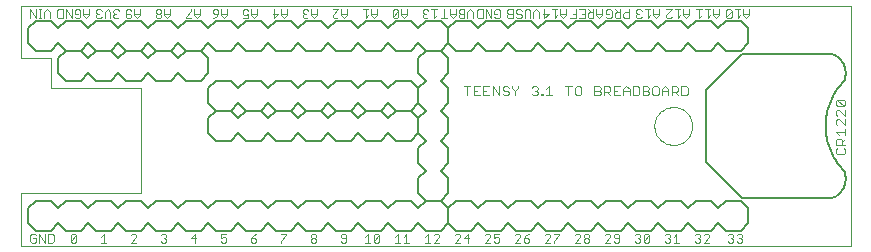
<source format=gto>
G75*
%MOIN*%
%OFA0B0*%
%FSLAX24Y24*%
%IPPOS*%
%LPD*%
%AMOC8*
5,1,8,0,0,1.08239X$1,22.5*
%
%ADD10C,0.0000*%
%ADD11C,0.0030*%
%ADD12C,0.0040*%
%ADD13C,0.0080*%
D10*
X001423Y003543D02*
X001423Y005293D01*
X005423Y005293D01*
X005423Y008793D01*
X002423Y008793D01*
X002423Y009793D01*
X001423Y009793D01*
X001423Y011539D01*
X001423Y011543D01*
X001423Y011539D02*
X029082Y011539D01*
X029082Y003543D01*
X001423Y003543D01*
X022543Y007543D02*
X022545Y007593D01*
X022551Y007643D01*
X022561Y007692D01*
X022575Y007740D01*
X022592Y007787D01*
X022613Y007832D01*
X022638Y007876D01*
X022666Y007917D01*
X022698Y007956D01*
X022732Y007993D01*
X022769Y008027D01*
X022809Y008057D01*
X022851Y008084D01*
X022895Y008108D01*
X022941Y008129D01*
X022988Y008145D01*
X023036Y008158D01*
X023086Y008167D01*
X023135Y008172D01*
X023186Y008173D01*
X023236Y008170D01*
X023285Y008163D01*
X023334Y008152D01*
X023382Y008137D01*
X023428Y008119D01*
X023473Y008097D01*
X023516Y008071D01*
X023557Y008042D01*
X023596Y008010D01*
X023632Y007975D01*
X023664Y007937D01*
X023694Y007897D01*
X023721Y007854D01*
X023744Y007810D01*
X023763Y007764D01*
X023779Y007716D01*
X023791Y007667D01*
X023799Y007618D01*
X023803Y007568D01*
X023803Y007518D01*
X023799Y007468D01*
X023791Y007419D01*
X023779Y007370D01*
X023763Y007322D01*
X023744Y007276D01*
X023721Y007232D01*
X023694Y007189D01*
X023664Y007149D01*
X023632Y007111D01*
X023596Y007076D01*
X023557Y007044D01*
X023516Y007015D01*
X023473Y006989D01*
X023428Y006967D01*
X023382Y006949D01*
X023334Y006934D01*
X023285Y006923D01*
X023236Y006916D01*
X023186Y006913D01*
X023135Y006914D01*
X023086Y006919D01*
X023036Y006928D01*
X022988Y006941D01*
X022941Y006957D01*
X022895Y006978D01*
X022851Y007002D01*
X022809Y007029D01*
X022769Y007059D01*
X022732Y007093D01*
X022698Y007130D01*
X022666Y007169D01*
X022638Y007210D01*
X022613Y007254D01*
X022592Y007299D01*
X022575Y007346D01*
X022561Y007394D01*
X022551Y007443D01*
X022545Y007493D01*
X022543Y007543D01*
D11*
X022611Y011138D02*
X022514Y011235D01*
X022514Y011428D01*
X022413Y011428D02*
X022220Y011428D01*
X022316Y011428D02*
X022316Y011138D01*
X022413Y011235D01*
X022514Y011283D02*
X022708Y011283D01*
X022708Y011235D02*
X022611Y011138D01*
X022708Y011235D02*
X022708Y011428D01*
X022925Y011428D02*
X023119Y011428D01*
X022925Y011235D01*
X022925Y011186D01*
X022973Y011138D01*
X023070Y011138D01*
X023119Y011186D01*
X023316Y011138D02*
X023316Y011428D01*
X023220Y011428D02*
X023413Y011428D01*
X023514Y011428D02*
X023514Y011235D01*
X023611Y011138D01*
X023708Y011235D01*
X023708Y011428D01*
X023708Y011283D02*
X023514Y011283D01*
X023413Y011235D02*
X023316Y011138D01*
X023925Y011428D02*
X024119Y011428D01*
X024022Y011428D02*
X024022Y011138D01*
X024119Y011235D01*
X024316Y011138D02*
X024316Y011428D01*
X024220Y011428D02*
X024413Y011428D01*
X024514Y011428D02*
X024514Y011235D01*
X024611Y011138D01*
X024708Y011235D01*
X024708Y011428D01*
X024708Y011283D02*
X024514Y011283D01*
X024413Y011235D02*
X024316Y011138D01*
X024925Y011186D02*
X025119Y011380D01*
X025070Y011428D01*
X024973Y011428D01*
X024925Y011380D01*
X024925Y011186D01*
X024973Y011138D01*
X025070Y011138D01*
X025119Y011186D01*
X025119Y011380D01*
X025220Y011428D02*
X025413Y011428D01*
X025316Y011428D02*
X025316Y011138D01*
X025413Y011235D01*
X025514Y011235D02*
X025514Y011428D01*
X025514Y011283D02*
X025708Y011283D01*
X025708Y011235D02*
X025611Y011138D01*
X025514Y011235D01*
X025708Y011235D02*
X025708Y011428D01*
X022119Y011380D02*
X022070Y011428D01*
X021973Y011428D01*
X021925Y011380D01*
X021925Y011332D01*
X021973Y011283D01*
X022022Y011283D01*
X021973Y011283D02*
X021925Y011235D01*
X021925Y011186D01*
X021973Y011138D01*
X022070Y011138D01*
X022119Y011186D01*
X021708Y011138D02*
X021563Y011138D01*
X021514Y011186D01*
X021514Y011283D01*
X021563Y011332D01*
X021708Y011332D01*
X021708Y011428D02*
X021708Y011138D01*
X021413Y011138D02*
X021268Y011138D01*
X021220Y011186D01*
X021220Y011283D01*
X021268Y011332D01*
X021413Y011332D01*
X021413Y011428D02*
X021413Y011138D01*
X021316Y011332D02*
X021220Y011428D01*
X021119Y011380D02*
X021070Y011428D01*
X020973Y011428D01*
X020925Y011380D01*
X020925Y011283D01*
X021022Y011283D01*
X021119Y011186D02*
X021119Y011380D01*
X021119Y011186D02*
X021070Y011138D01*
X020973Y011138D01*
X020925Y011186D01*
X020808Y011235D02*
X020711Y011138D01*
X020614Y011235D01*
X020614Y011428D01*
X020513Y011428D02*
X020513Y011138D01*
X020368Y011138D01*
X020320Y011186D01*
X020320Y011283D01*
X020368Y011332D01*
X020513Y011332D01*
X020416Y011332D02*
X020320Y011428D01*
X020219Y011428D02*
X020025Y011428D01*
X019924Y011428D02*
X019924Y011138D01*
X019730Y011138D01*
X019608Y011235D02*
X019511Y011138D01*
X019414Y011235D01*
X019414Y011428D01*
X019313Y011428D02*
X019120Y011428D01*
X019216Y011428D02*
X019216Y011138D01*
X019313Y011235D01*
X019414Y011283D02*
X019608Y011283D01*
X019608Y011235D02*
X019608Y011428D01*
X019827Y011283D02*
X019924Y011283D01*
X020025Y011138D02*
X020219Y011138D01*
X020219Y011428D01*
X020219Y011283D02*
X020122Y011283D01*
X020614Y011283D02*
X020808Y011283D01*
X020808Y011235D02*
X020808Y011428D01*
X019019Y011283D02*
X018825Y011283D01*
X018708Y011332D02*
X018611Y011428D01*
X018514Y011332D01*
X018514Y011138D01*
X018413Y011138D02*
X018413Y011380D01*
X018365Y011428D01*
X018268Y011428D01*
X018220Y011380D01*
X018220Y011138D01*
X018119Y011186D02*
X018119Y011235D01*
X018070Y011283D01*
X017973Y011283D01*
X017925Y011332D01*
X017925Y011380D01*
X017973Y011428D01*
X018070Y011428D01*
X018119Y011380D01*
X018119Y011186D02*
X018070Y011138D01*
X017973Y011138D01*
X017925Y011186D01*
X017824Y011138D02*
X017679Y011138D01*
X017630Y011186D01*
X017630Y011235D01*
X017679Y011283D01*
X017824Y011283D01*
X017824Y011428D02*
X017824Y011138D01*
X017679Y011283D02*
X017630Y011332D01*
X017630Y011380D01*
X017679Y011428D01*
X017824Y011428D01*
X017408Y011380D02*
X017359Y011428D01*
X017263Y011428D01*
X017214Y011380D01*
X017214Y011283D01*
X017311Y011283D01*
X017214Y011186D02*
X017263Y011138D01*
X017359Y011138D01*
X017408Y011186D01*
X017408Y011380D01*
X017113Y011428D02*
X017113Y011138D01*
X016920Y011428D01*
X016920Y011138D01*
X016819Y011138D02*
X016673Y011138D01*
X016625Y011186D01*
X016625Y011380D01*
X016673Y011428D01*
X016819Y011428D01*
X016819Y011138D01*
X016508Y011138D02*
X016508Y011332D01*
X016411Y011428D01*
X016314Y011332D01*
X016314Y011138D01*
X016213Y011138D02*
X016068Y011138D01*
X016020Y011186D01*
X016020Y011235D01*
X016068Y011283D01*
X016213Y011283D01*
X016213Y011428D02*
X016213Y011138D01*
X016068Y011283D02*
X016020Y011332D01*
X016020Y011380D01*
X016068Y011428D01*
X016213Y011428D01*
X015919Y011428D02*
X015919Y011235D01*
X015822Y011138D01*
X015725Y011235D01*
X015725Y011428D01*
X015725Y011283D02*
X015919Y011283D01*
X015624Y011138D02*
X015430Y011138D01*
X015527Y011138D02*
X015527Y011428D01*
X015308Y011428D02*
X015114Y011428D01*
X015211Y011428D02*
X015211Y011138D01*
X015308Y011235D01*
X015013Y011186D02*
X014965Y011138D01*
X014868Y011138D01*
X014820Y011186D01*
X014820Y011235D01*
X014868Y011283D01*
X014820Y011332D01*
X014820Y011380D01*
X014868Y011428D01*
X014965Y011428D01*
X015013Y011380D01*
X014916Y011283D02*
X014868Y011283D01*
X014308Y011283D02*
X014114Y011283D01*
X014114Y011235D02*
X014114Y011428D01*
X014013Y011380D02*
X013820Y011186D01*
X013820Y011380D01*
X013868Y011428D01*
X013965Y011428D01*
X014013Y011380D01*
X014013Y011186D01*
X013965Y011138D01*
X013868Y011138D01*
X013820Y011186D01*
X014114Y011235D02*
X014211Y011138D01*
X014308Y011235D01*
X014308Y011428D01*
X013308Y011428D02*
X013308Y011235D01*
X013211Y011138D01*
X013114Y011235D01*
X013114Y011428D01*
X013013Y011428D02*
X012820Y011428D01*
X012916Y011428D02*
X012916Y011138D01*
X013013Y011235D01*
X013114Y011283D02*
X013308Y011283D01*
X012308Y011283D02*
X012114Y011283D01*
X012114Y011235D02*
X012114Y011428D01*
X012013Y011428D02*
X011820Y011235D01*
X011820Y011186D01*
X011868Y011138D01*
X011965Y011138D01*
X012013Y011186D01*
X012114Y011235D02*
X012211Y011138D01*
X012308Y011235D01*
X012308Y011428D01*
X012013Y011428D02*
X011820Y011428D01*
X011308Y011428D02*
X011308Y011235D01*
X011211Y011138D01*
X011114Y011235D01*
X011114Y011428D01*
X011013Y011380D02*
X010965Y011428D01*
X010868Y011428D01*
X010820Y011380D01*
X010820Y011332D01*
X010868Y011283D01*
X010916Y011283D01*
X010868Y011283D02*
X010820Y011235D01*
X010820Y011186D01*
X010868Y011138D01*
X010965Y011138D01*
X011013Y011186D01*
X011114Y011283D02*
X011308Y011283D01*
X010308Y011283D02*
X010114Y011283D01*
X010114Y011235D02*
X010114Y011428D01*
X010013Y011283D02*
X009820Y011283D01*
X009868Y011138D02*
X010013Y011283D01*
X010114Y011235D02*
X010211Y011138D01*
X010308Y011235D01*
X010308Y011428D01*
X009868Y011428D02*
X009868Y011138D01*
X009308Y011235D02*
X009211Y011138D01*
X009114Y011235D01*
X009114Y011428D01*
X009013Y011380D02*
X008965Y011428D01*
X008868Y011428D01*
X008820Y011380D01*
X008820Y011283D01*
X008868Y011235D01*
X008916Y011235D01*
X009013Y011283D01*
X009013Y011138D01*
X008820Y011138D01*
X009114Y011283D02*
X009308Y011283D01*
X009308Y011235D02*
X009308Y011428D01*
X008308Y011428D02*
X008308Y011235D01*
X008211Y011138D01*
X008114Y011235D01*
X008114Y011428D01*
X008013Y011380D02*
X007965Y011428D01*
X007868Y011428D01*
X007820Y011380D01*
X007820Y011332D01*
X007868Y011283D01*
X008013Y011283D01*
X008013Y011380D01*
X008013Y011283D02*
X007916Y011186D01*
X007820Y011138D01*
X008114Y011283D02*
X008308Y011283D01*
X007408Y011283D02*
X007214Y011283D01*
X007214Y011235D02*
X007214Y011428D01*
X007113Y011428D02*
X007113Y011380D01*
X006920Y011186D01*
X006920Y011138D01*
X007113Y011138D01*
X007214Y011235D02*
X007311Y011138D01*
X007408Y011235D01*
X007408Y011428D01*
X006408Y011428D02*
X006408Y011235D01*
X006311Y011138D01*
X006214Y011235D01*
X006214Y011428D01*
X006113Y011380D02*
X006113Y011332D01*
X006065Y011283D01*
X005968Y011283D01*
X005920Y011332D01*
X005920Y011380D01*
X005968Y011428D01*
X006065Y011428D01*
X006113Y011380D01*
X006065Y011283D02*
X006113Y011235D01*
X006113Y011186D01*
X006065Y011138D01*
X005968Y011138D01*
X005920Y011186D01*
X005920Y011235D01*
X005968Y011283D01*
X006214Y011283D02*
X006408Y011283D01*
X005408Y011283D02*
X005214Y011283D01*
X005214Y011235D02*
X005214Y011428D01*
X005113Y011380D02*
X005065Y011428D01*
X004968Y011428D01*
X004920Y011380D01*
X004920Y011186D01*
X004968Y011138D01*
X005065Y011138D01*
X005113Y011186D01*
X005113Y011235D01*
X005065Y011283D01*
X004920Y011283D01*
X004708Y011186D02*
X004659Y011138D01*
X004563Y011138D01*
X004514Y011186D01*
X004514Y011235D01*
X004563Y011283D01*
X004514Y011332D01*
X004514Y011380D01*
X004563Y011428D01*
X004659Y011428D01*
X004708Y011380D01*
X004611Y011283D02*
X004563Y011283D01*
X004413Y011332D02*
X004413Y011138D01*
X004220Y011138D02*
X004220Y011332D01*
X004316Y011428D01*
X004413Y011332D01*
X004119Y011380D02*
X004070Y011428D01*
X003973Y011428D01*
X003925Y011380D01*
X003925Y011332D01*
X003973Y011283D01*
X004022Y011283D01*
X003973Y011283D02*
X003925Y011235D01*
X003925Y011186D01*
X003973Y011138D01*
X004070Y011138D01*
X004119Y011186D01*
X003708Y011235D02*
X003611Y011138D01*
X003514Y011235D01*
X003514Y011428D01*
X003413Y011380D02*
X003365Y011428D01*
X003268Y011428D01*
X003220Y011380D01*
X003220Y011283D01*
X003316Y011283D01*
X003220Y011186D02*
X003268Y011138D01*
X003365Y011138D01*
X003413Y011186D01*
X003413Y011380D01*
X003514Y011283D02*
X003708Y011283D01*
X003708Y011235D02*
X003708Y011428D01*
X003119Y011428D02*
X003119Y011138D01*
X002925Y011428D01*
X002925Y011138D01*
X002824Y011138D02*
X002679Y011138D01*
X002630Y011186D01*
X002630Y011380D01*
X002679Y011428D01*
X002824Y011428D01*
X002824Y011138D01*
X002408Y011138D02*
X002408Y011332D01*
X002311Y011428D01*
X002214Y011332D01*
X002214Y011138D01*
X002113Y011138D02*
X002016Y011138D01*
X002065Y011138D02*
X002065Y011428D01*
X002113Y011428D02*
X002016Y011428D01*
X001917Y011428D02*
X001917Y011138D01*
X001723Y011428D01*
X001723Y011138D01*
X005214Y011235D02*
X005311Y011138D01*
X005408Y011235D01*
X005408Y011428D01*
X018708Y011332D02*
X018708Y011138D01*
X018873Y011138D02*
X019019Y011283D01*
X018873Y011428D02*
X018873Y011138D01*
X018936Y003949D02*
X018888Y003900D01*
X018936Y003949D02*
X019033Y003949D01*
X019081Y003900D01*
X019081Y003852D01*
X018888Y003658D01*
X019081Y003658D01*
X019182Y003658D02*
X019182Y003707D01*
X019376Y003900D01*
X019376Y003949D01*
X019182Y003949D01*
X019888Y003900D02*
X019936Y003949D01*
X020033Y003949D01*
X020081Y003900D01*
X020081Y003852D01*
X019888Y003658D01*
X020081Y003658D01*
X020182Y003707D02*
X020182Y003755D01*
X020231Y003803D01*
X020328Y003803D01*
X020376Y003755D01*
X020376Y003707D01*
X020328Y003658D01*
X020231Y003658D01*
X020182Y003707D01*
X020231Y003803D02*
X020182Y003852D01*
X020182Y003900D01*
X020231Y003949D01*
X020328Y003949D01*
X020376Y003900D01*
X020376Y003852D01*
X020328Y003803D01*
X020888Y003900D02*
X020936Y003949D01*
X021033Y003949D01*
X021081Y003900D01*
X021081Y003852D01*
X020888Y003658D01*
X021081Y003658D01*
X021182Y003707D02*
X021231Y003658D01*
X021328Y003658D01*
X021376Y003707D01*
X021376Y003900D01*
X021328Y003949D01*
X021231Y003949D01*
X021182Y003900D01*
X021182Y003852D01*
X021231Y003803D01*
X021376Y003803D01*
X021888Y003707D02*
X021936Y003658D01*
X022033Y003658D01*
X022081Y003707D01*
X022081Y003755D01*
X022033Y003803D01*
X021985Y003803D01*
X022033Y003803D02*
X022081Y003852D01*
X022081Y003900D01*
X022033Y003949D01*
X021936Y003949D01*
X021888Y003900D01*
X022182Y003900D02*
X022231Y003949D01*
X022328Y003949D01*
X022376Y003900D01*
X022182Y003707D01*
X022231Y003658D01*
X022328Y003658D01*
X022376Y003707D01*
X022376Y003900D01*
X022182Y003900D02*
X022182Y003707D01*
X022888Y003707D02*
X022936Y003658D01*
X023033Y003658D01*
X023081Y003707D01*
X023081Y003755D01*
X023033Y003803D01*
X022985Y003803D01*
X023033Y003803D02*
X023081Y003852D01*
X023081Y003900D01*
X023033Y003949D01*
X022936Y003949D01*
X022888Y003900D01*
X023182Y003852D02*
X023279Y003949D01*
X023279Y003658D01*
X023182Y003658D02*
X023376Y003658D01*
X023888Y003707D02*
X023936Y003658D01*
X024033Y003658D01*
X024081Y003707D01*
X024081Y003755D01*
X024033Y003803D01*
X023985Y003803D01*
X024033Y003803D02*
X024081Y003852D01*
X024081Y003900D01*
X024033Y003949D01*
X023936Y003949D01*
X023888Y003900D01*
X024182Y003900D02*
X024231Y003949D01*
X024328Y003949D01*
X024376Y003900D01*
X024376Y003852D01*
X024182Y003658D01*
X024376Y003658D01*
X024988Y003707D02*
X025036Y003658D01*
X025133Y003658D01*
X025181Y003707D01*
X025181Y003755D01*
X025133Y003803D01*
X025085Y003803D01*
X025133Y003803D02*
X025181Y003852D01*
X025181Y003900D01*
X025133Y003949D01*
X025036Y003949D01*
X024988Y003900D01*
X025282Y003900D02*
X025331Y003949D01*
X025428Y003949D01*
X025476Y003900D01*
X025476Y003852D01*
X025428Y003803D01*
X025476Y003755D01*
X025476Y003707D01*
X025428Y003658D01*
X025331Y003658D01*
X025282Y003707D01*
X025379Y003803D02*
X025428Y003803D01*
X018376Y003707D02*
X018376Y003755D01*
X018328Y003803D01*
X018182Y003803D01*
X018182Y003707D01*
X018231Y003658D01*
X018328Y003658D01*
X018376Y003707D01*
X018279Y003900D02*
X018182Y003803D01*
X018081Y003852D02*
X018081Y003900D01*
X018033Y003949D01*
X017936Y003949D01*
X017888Y003900D01*
X018081Y003852D02*
X017888Y003658D01*
X018081Y003658D01*
X018279Y003900D02*
X018376Y003949D01*
X017376Y003949D02*
X017182Y003949D01*
X017182Y003803D01*
X017279Y003852D01*
X017328Y003852D01*
X017376Y003803D01*
X017376Y003707D01*
X017328Y003658D01*
X017231Y003658D01*
X017182Y003707D01*
X017081Y003658D02*
X016888Y003658D01*
X017081Y003852D01*
X017081Y003900D01*
X017033Y003949D01*
X016936Y003949D01*
X016888Y003900D01*
X016376Y003803D02*
X016182Y003803D01*
X016328Y003949D01*
X016328Y003658D01*
X016081Y003658D02*
X015888Y003658D01*
X016081Y003852D01*
X016081Y003900D01*
X016033Y003949D01*
X015936Y003949D01*
X015888Y003900D01*
X015376Y003900D02*
X015376Y003852D01*
X015182Y003658D01*
X015376Y003658D01*
X015081Y003658D02*
X014888Y003658D01*
X014985Y003658D02*
X014985Y003949D01*
X014888Y003852D01*
X015182Y003900D02*
X015231Y003949D01*
X015328Y003949D01*
X015376Y003900D01*
X014376Y003658D02*
X014182Y003658D01*
X014279Y003658D02*
X014279Y003949D01*
X014182Y003852D01*
X014081Y003658D02*
X013888Y003658D01*
X013985Y003658D02*
X013985Y003949D01*
X013888Y003852D01*
X013376Y003900D02*
X013182Y003707D01*
X013231Y003658D01*
X013328Y003658D01*
X013376Y003707D01*
X013376Y003900D01*
X013328Y003949D01*
X013231Y003949D01*
X013182Y003900D01*
X013182Y003707D01*
X013081Y003658D02*
X012888Y003658D01*
X012985Y003658D02*
X012985Y003949D01*
X012888Y003852D01*
X012281Y003900D02*
X012281Y003707D01*
X012233Y003658D01*
X012136Y003658D01*
X012088Y003707D01*
X012136Y003803D02*
X012281Y003803D01*
X012281Y003900D02*
X012233Y003949D01*
X012136Y003949D01*
X012088Y003900D01*
X012088Y003852D01*
X012136Y003803D01*
X011281Y003755D02*
X011281Y003707D01*
X011233Y003658D01*
X011136Y003658D01*
X011088Y003707D01*
X011088Y003755D01*
X011136Y003803D01*
X011233Y003803D01*
X011281Y003755D01*
X011233Y003803D02*
X011281Y003852D01*
X011281Y003900D01*
X011233Y003949D01*
X011136Y003949D01*
X011088Y003900D01*
X011088Y003852D01*
X011136Y003803D01*
X010281Y003900D02*
X010088Y003707D01*
X010088Y003658D01*
X010088Y003949D02*
X010281Y003949D01*
X010281Y003900D01*
X009281Y003949D02*
X009185Y003900D01*
X009088Y003803D01*
X009233Y003803D01*
X009281Y003755D01*
X009281Y003707D01*
X009233Y003658D01*
X009136Y003658D01*
X009088Y003707D01*
X009088Y003803D01*
X008281Y003803D02*
X008281Y003707D01*
X008233Y003658D01*
X008136Y003658D01*
X008088Y003707D01*
X008088Y003803D02*
X008185Y003852D01*
X008233Y003852D01*
X008281Y003803D01*
X008281Y003949D02*
X008088Y003949D01*
X008088Y003803D01*
X007281Y003803D02*
X007088Y003803D01*
X007233Y003949D01*
X007233Y003658D01*
X006281Y003707D02*
X006233Y003658D01*
X006136Y003658D01*
X006088Y003707D01*
X006185Y003803D02*
X006233Y003803D01*
X006281Y003755D01*
X006281Y003707D01*
X006233Y003803D02*
X006281Y003852D01*
X006281Y003900D01*
X006233Y003949D01*
X006136Y003949D01*
X006088Y003900D01*
X005281Y003900D02*
X005281Y003852D01*
X005088Y003658D01*
X005281Y003658D01*
X005281Y003900D02*
X005233Y003949D01*
X005136Y003949D01*
X005088Y003900D01*
X004281Y003658D02*
X004088Y003658D01*
X004185Y003658D02*
X004185Y003949D01*
X004088Y003852D01*
X003281Y003900D02*
X003281Y003707D01*
X003233Y003658D01*
X003136Y003658D01*
X003088Y003707D01*
X003281Y003900D01*
X003233Y003949D01*
X003136Y003949D01*
X003088Y003900D01*
X003088Y003707D01*
X002521Y003707D02*
X002521Y003900D01*
X002472Y003949D01*
X002327Y003949D01*
X002327Y003658D01*
X002472Y003658D01*
X002521Y003707D01*
X002226Y003658D02*
X002226Y003949D01*
X002032Y003949D02*
X002226Y003658D01*
X002032Y003658D02*
X002032Y003949D01*
X001931Y003900D02*
X001883Y003949D01*
X001786Y003949D01*
X001738Y003900D01*
X001738Y003707D01*
X001786Y003658D01*
X001883Y003658D01*
X001931Y003707D01*
X001931Y003803D01*
X001835Y003803D01*
D12*
X016296Y008563D02*
X016296Y008874D01*
X016193Y008874D02*
X016400Y008874D01*
X016515Y008874D02*
X016515Y008563D01*
X016722Y008563D01*
X016837Y008563D02*
X017044Y008563D01*
X017160Y008563D02*
X017160Y008874D01*
X017367Y008563D01*
X017367Y008874D01*
X017482Y008822D02*
X017482Y008770D01*
X017534Y008718D01*
X017637Y008718D01*
X017689Y008667D01*
X017689Y008615D01*
X017637Y008563D01*
X017534Y008563D01*
X017482Y008615D01*
X016941Y008718D02*
X016837Y008718D01*
X016837Y008563D02*
X016837Y008874D01*
X017044Y008874D01*
X016722Y008874D02*
X016515Y008874D01*
X016515Y008718D02*
X016619Y008718D01*
X017482Y008822D02*
X017534Y008874D01*
X017637Y008874D01*
X017689Y008822D01*
X017804Y008822D02*
X017908Y008718D01*
X017908Y008563D01*
X017908Y008718D02*
X018011Y008822D01*
X018011Y008874D01*
X017804Y008874D02*
X017804Y008822D01*
X018449Y008822D02*
X018500Y008874D01*
X018604Y008874D01*
X018656Y008822D01*
X018656Y008770D01*
X018604Y008718D01*
X018656Y008667D01*
X018656Y008615D01*
X018604Y008563D01*
X018500Y008563D01*
X018449Y008615D01*
X018552Y008718D02*
X018604Y008718D01*
X018771Y008615D02*
X018823Y008615D01*
X018823Y008563D01*
X018771Y008563D01*
X018771Y008615D01*
X018932Y008563D02*
X019139Y008563D01*
X019036Y008563D02*
X019036Y008874D01*
X018932Y008770D01*
X019577Y008874D02*
X019784Y008874D01*
X019680Y008874D02*
X019680Y008563D01*
X019899Y008615D02*
X019951Y008563D01*
X020054Y008563D01*
X020106Y008615D01*
X020106Y008822D01*
X020054Y008874D01*
X019951Y008874D01*
X019899Y008822D01*
X019899Y008615D01*
X020544Y008563D02*
X020544Y008874D01*
X020699Y008874D01*
X020750Y008822D01*
X020750Y008770D01*
X020699Y008718D01*
X020544Y008718D01*
X020699Y008718D02*
X020750Y008667D01*
X020750Y008615D01*
X020699Y008563D01*
X020544Y008563D01*
X020866Y008563D02*
X020866Y008874D01*
X021021Y008874D01*
X021073Y008822D01*
X021073Y008718D01*
X021021Y008667D01*
X020866Y008667D01*
X020969Y008667D02*
X021073Y008563D01*
X021188Y008563D02*
X021395Y008563D01*
X021510Y008563D02*
X021510Y008770D01*
X021614Y008874D01*
X021717Y008770D01*
X021717Y008563D01*
X021833Y008563D02*
X021988Y008563D01*
X022039Y008615D01*
X022039Y008822D01*
X021988Y008874D01*
X021833Y008874D01*
X021833Y008563D01*
X021717Y008718D02*
X021510Y008718D01*
X021395Y008874D02*
X021188Y008874D01*
X021188Y008563D01*
X021188Y008718D02*
X021292Y008718D01*
X022155Y008718D02*
X022310Y008718D01*
X022362Y008667D01*
X022362Y008615D01*
X022310Y008563D01*
X022155Y008563D01*
X022155Y008874D01*
X022310Y008874D01*
X022362Y008822D01*
X022362Y008770D01*
X022310Y008718D01*
X022477Y008615D02*
X022529Y008563D01*
X022632Y008563D01*
X022684Y008615D01*
X022684Y008822D01*
X022632Y008874D01*
X022529Y008874D01*
X022477Y008822D01*
X022477Y008615D01*
X022799Y008563D02*
X022799Y008770D01*
X022903Y008874D01*
X023006Y008770D01*
X023006Y008563D01*
X023122Y008563D02*
X023122Y008874D01*
X023277Y008874D01*
X023329Y008822D01*
X023329Y008718D01*
X023277Y008667D01*
X023122Y008667D01*
X023225Y008667D02*
X023329Y008563D01*
X023444Y008563D02*
X023599Y008563D01*
X023651Y008615D01*
X023651Y008822D01*
X023599Y008874D01*
X023444Y008874D01*
X023444Y008563D01*
X023006Y008718D02*
X022799Y008718D01*
X028593Y008363D02*
X028593Y008260D01*
X028644Y008208D01*
X028851Y008208D01*
X028644Y008415D01*
X028851Y008415D01*
X028903Y008363D01*
X028903Y008260D01*
X028851Y008208D01*
X028903Y008092D02*
X028903Y007886D01*
X028696Y008092D01*
X028644Y008092D01*
X028593Y008041D01*
X028593Y007937D01*
X028644Y007886D01*
X028644Y007770D02*
X028593Y007718D01*
X028593Y007615D01*
X028644Y007563D01*
X028696Y007770D02*
X028903Y007563D01*
X028903Y007770D01*
X028696Y007770D02*
X028644Y007770D01*
X028903Y007448D02*
X028903Y007241D01*
X028903Y007344D02*
X028593Y007344D01*
X028696Y007241D01*
X028748Y007126D02*
X028799Y007074D01*
X028799Y006919D01*
X028799Y007022D02*
X028903Y007126D01*
X028748Y007126D02*
X028644Y007126D01*
X028593Y007074D01*
X028593Y006919D01*
X028903Y006919D01*
X028851Y006803D02*
X028903Y006752D01*
X028903Y006648D01*
X028851Y006596D01*
X028644Y006596D01*
X028593Y006648D01*
X028593Y006752D01*
X028644Y006803D01*
X028593Y008363D02*
X028644Y008415D01*
D13*
X028873Y009043D02*
X028889Y009092D01*
X028903Y009143D01*
X028912Y009194D01*
X028917Y009246D01*
X028919Y009298D01*
X028917Y009350D01*
X028911Y009401D01*
X028900Y009453D01*
X028887Y009503D01*
X028869Y009552D01*
X028848Y009599D01*
X028823Y009645D01*
X028795Y009689D01*
X028764Y009731D01*
X028730Y009770D01*
X028693Y009806D01*
X028653Y009840D01*
X028611Y009871D01*
X028567Y009898D01*
X028521Y009922D01*
X028473Y009943D01*
X025473Y009943D01*
X024273Y008743D01*
X024273Y006343D01*
X025473Y005143D01*
X028473Y005143D01*
X028521Y005164D01*
X028567Y005188D01*
X028611Y005215D01*
X028653Y005246D01*
X028693Y005280D01*
X028730Y005316D01*
X028764Y005355D01*
X028795Y005397D01*
X028823Y005441D01*
X028848Y005487D01*
X028869Y005534D01*
X028887Y005583D01*
X028900Y005633D01*
X028911Y005685D01*
X028917Y005736D01*
X028919Y005788D01*
X028917Y005840D01*
X028912Y005892D01*
X028903Y005943D01*
X028889Y005994D01*
X028873Y006043D01*
X025673Y004793D02*
X025423Y005043D01*
X024923Y005043D01*
X024673Y004793D01*
X024423Y005043D01*
X023923Y005043D01*
X023673Y004793D01*
X023423Y005043D01*
X022923Y005043D01*
X022673Y004793D01*
X022423Y005043D01*
X021923Y005043D01*
X021673Y004793D01*
X021423Y005043D01*
X020923Y005043D01*
X020673Y004793D01*
X020423Y005043D01*
X019923Y005043D01*
X019673Y004793D01*
X019423Y005043D01*
X018923Y005043D01*
X018673Y004793D01*
X018423Y005043D01*
X017923Y005043D01*
X017673Y004793D01*
X017423Y005043D01*
X016923Y005043D01*
X016673Y004793D01*
X016423Y005043D01*
X015923Y005043D01*
X015673Y004793D01*
X015423Y005043D01*
X014923Y005043D01*
X014673Y004793D01*
X014423Y005043D01*
X013923Y005043D01*
X013673Y004793D01*
X013423Y005043D01*
X012923Y005043D01*
X012673Y004793D01*
X012423Y005043D01*
X011923Y005043D01*
X011673Y004793D01*
X011423Y005043D01*
X010923Y005043D01*
X010673Y004793D01*
X010423Y005043D01*
X009923Y005043D01*
X009673Y004793D01*
X009423Y005043D01*
X008923Y005043D01*
X008673Y004793D01*
X008423Y005043D01*
X007923Y005043D01*
X007673Y004793D01*
X007423Y005043D01*
X006923Y005043D01*
X006673Y004793D01*
X006423Y005043D01*
X005923Y005043D01*
X005673Y004793D01*
X005423Y005043D01*
X004923Y005043D01*
X004673Y004793D01*
X004423Y005043D01*
X003923Y005043D01*
X003673Y004793D01*
X003423Y005043D01*
X002923Y005043D01*
X002673Y004793D01*
X002423Y005043D01*
X001923Y005043D01*
X001673Y004793D01*
X001673Y004293D01*
X001923Y004043D01*
X002423Y004043D01*
X002673Y004293D01*
X002923Y004043D01*
X003423Y004043D01*
X003673Y004293D01*
X003923Y004043D01*
X004423Y004043D01*
X004673Y004293D01*
X004923Y004043D01*
X005423Y004043D01*
X005673Y004293D01*
X005923Y004043D01*
X006423Y004043D01*
X006673Y004293D01*
X006923Y004043D01*
X007423Y004043D01*
X007673Y004293D01*
X007923Y004043D01*
X008423Y004043D01*
X008673Y004293D01*
X008923Y004043D01*
X009423Y004043D01*
X009673Y004293D01*
X009923Y004043D01*
X010423Y004043D01*
X010673Y004293D01*
X010923Y004043D01*
X011423Y004043D01*
X011673Y004293D01*
X011923Y004043D01*
X012423Y004043D01*
X012673Y004293D01*
X012923Y004043D01*
X013423Y004043D01*
X013673Y004293D01*
X013923Y004043D01*
X014423Y004043D01*
X014673Y004293D01*
X014923Y004043D01*
X015423Y004043D01*
X015673Y004293D01*
X015673Y004793D01*
X015673Y004293D01*
X015923Y004043D01*
X016423Y004043D01*
X016673Y004293D01*
X016923Y004043D01*
X017423Y004043D01*
X017673Y004293D01*
X017923Y004043D01*
X018423Y004043D01*
X018673Y004293D01*
X018923Y004043D01*
X019423Y004043D01*
X019673Y004293D01*
X019923Y004043D01*
X020423Y004043D01*
X020673Y004293D01*
X020923Y004043D01*
X021423Y004043D01*
X021673Y004293D01*
X021923Y004043D01*
X022423Y004043D01*
X022673Y004293D01*
X022923Y004043D01*
X023423Y004043D01*
X023673Y004293D01*
X023923Y004043D01*
X024423Y004043D01*
X024673Y004293D01*
X024923Y004043D01*
X025423Y004043D01*
X025673Y004293D01*
X025673Y004793D01*
X028873Y006043D02*
X028811Y006108D01*
X028751Y006176D01*
X028695Y006246D01*
X028641Y006318D01*
X028591Y006393D01*
X028544Y006470D01*
X028500Y006548D01*
X028459Y006629D01*
X028422Y006711D01*
X028389Y006794D01*
X028359Y006879D01*
X028332Y006965D01*
X028310Y007052D01*
X028291Y007140D01*
X028275Y007229D01*
X028264Y007318D01*
X028256Y007408D01*
X028252Y007498D01*
X028252Y007588D01*
X028256Y007678D01*
X028264Y007768D01*
X028275Y007857D01*
X028291Y007946D01*
X028310Y008034D01*
X028332Y008121D01*
X028359Y008207D01*
X028389Y008292D01*
X028422Y008375D01*
X028459Y008457D01*
X028500Y008538D01*
X028544Y008616D01*
X028591Y008693D01*
X028641Y008768D01*
X028695Y008840D01*
X028751Y008910D01*
X028811Y008978D01*
X028873Y009043D01*
X025673Y010293D02*
X025423Y010043D01*
X024923Y010043D01*
X024673Y010293D01*
X024423Y010043D01*
X023923Y010043D01*
X023673Y010293D01*
X023423Y010043D01*
X022923Y010043D01*
X022673Y010293D01*
X022423Y010043D01*
X021923Y010043D01*
X021673Y010293D01*
X021423Y010043D01*
X020923Y010043D01*
X020673Y010293D01*
X020423Y010043D01*
X019923Y010043D01*
X019673Y010293D01*
X019423Y010043D01*
X018923Y010043D01*
X018673Y010293D01*
X018423Y010043D01*
X017923Y010043D01*
X017673Y010293D01*
X017423Y010043D01*
X016923Y010043D01*
X016673Y010293D01*
X016423Y010043D01*
X015923Y010043D01*
X015673Y010293D01*
X015673Y010793D01*
X015923Y011043D01*
X016423Y011043D01*
X016673Y010793D01*
X016923Y011043D01*
X017423Y011043D01*
X017673Y010793D01*
X017923Y011043D01*
X018423Y011043D01*
X018673Y010793D01*
X018923Y011043D01*
X019423Y011043D01*
X019673Y010793D01*
X019923Y011043D01*
X020423Y011043D01*
X020673Y010793D01*
X020923Y011043D01*
X021423Y011043D01*
X021673Y010793D01*
X021923Y011043D01*
X022423Y011043D01*
X022673Y010793D01*
X022923Y011043D01*
X023423Y011043D01*
X023673Y010793D01*
X023923Y011043D01*
X024423Y011043D01*
X024673Y010793D01*
X024923Y011043D01*
X025423Y011043D01*
X025673Y010793D01*
X025673Y010293D01*
X015673Y010293D02*
X015423Y010043D01*
X014923Y010043D01*
X014673Y010293D01*
X014423Y010043D01*
X013923Y010043D01*
X013673Y010293D01*
X013423Y010043D01*
X012923Y010043D01*
X012673Y010293D01*
X012423Y010043D01*
X011923Y010043D01*
X011673Y010293D01*
X011423Y010043D01*
X010923Y010043D01*
X010673Y010293D01*
X010423Y010043D01*
X009923Y010043D01*
X009673Y010293D01*
X009423Y010043D01*
X008923Y010043D01*
X008673Y010293D01*
X008423Y010043D01*
X007923Y010043D01*
X007673Y010293D01*
X007423Y010043D01*
X007673Y009793D01*
X007673Y009293D01*
X007423Y009043D01*
X006923Y009043D01*
X006673Y009293D01*
X006423Y009043D01*
X005923Y009043D01*
X005673Y009293D01*
X005423Y009043D01*
X004923Y009043D01*
X004673Y009293D01*
X004423Y009043D01*
X003923Y009043D01*
X003673Y009293D01*
X003423Y009043D01*
X002923Y009043D01*
X002673Y009293D01*
X002673Y009793D01*
X002923Y010043D01*
X003423Y010043D01*
X003673Y009793D01*
X003923Y010043D01*
X004423Y010043D01*
X004673Y009793D01*
X004923Y010043D01*
X005423Y010043D01*
X005673Y009793D01*
X005923Y010043D01*
X006423Y010043D01*
X006673Y009793D01*
X006923Y010043D01*
X007423Y010043D01*
X006923Y010043D01*
X006673Y010293D01*
X006423Y010043D01*
X005923Y010043D01*
X005673Y010293D01*
X005423Y010043D01*
X004923Y010043D01*
X004673Y010293D01*
X004423Y010043D01*
X003923Y010043D01*
X003673Y010293D01*
X003423Y010043D01*
X002923Y010043D01*
X002673Y010293D01*
X002423Y010043D01*
X001923Y010043D01*
X001673Y010293D01*
X001673Y010793D01*
X001923Y011043D01*
X002423Y011043D01*
X002673Y010793D01*
X002923Y011043D01*
X003423Y011043D01*
X003673Y010793D01*
X003923Y011043D01*
X004423Y011043D01*
X004673Y010793D01*
X004923Y011043D01*
X005423Y011043D01*
X005673Y010793D01*
X005923Y011043D01*
X006423Y011043D01*
X006673Y010793D01*
X006923Y011043D01*
X007423Y011043D01*
X007673Y010793D01*
X007923Y011043D01*
X008423Y011043D01*
X008673Y010793D01*
X008923Y011043D01*
X009423Y011043D01*
X009673Y010793D01*
X009923Y011043D01*
X010423Y011043D01*
X010673Y010793D01*
X010923Y011043D01*
X011423Y011043D01*
X011673Y010793D01*
X011923Y011043D01*
X012423Y011043D01*
X012673Y010793D01*
X012923Y011043D01*
X013423Y011043D01*
X013673Y010793D01*
X013923Y011043D01*
X014423Y011043D01*
X014673Y010793D01*
X014923Y011043D01*
X015423Y011043D01*
X015673Y010793D01*
X015673Y010293D01*
X015423Y010043D02*
X014923Y010043D01*
X014673Y009793D01*
X014673Y009293D01*
X014923Y009043D01*
X014673Y008793D01*
X014673Y008293D01*
X014923Y008043D01*
X014673Y007793D01*
X014673Y007293D01*
X014923Y007043D01*
X014673Y006793D01*
X014673Y006293D01*
X014923Y006043D01*
X014673Y005793D01*
X014673Y005293D01*
X014923Y005043D01*
X015423Y005043D01*
X015673Y005293D01*
X015673Y005793D01*
X015423Y006043D01*
X015673Y006293D01*
X015673Y006793D01*
X015423Y007043D01*
X015673Y007293D01*
X015673Y007793D01*
X015423Y008043D01*
X015673Y008293D01*
X015673Y008793D01*
X015423Y009043D01*
X015673Y009293D01*
X015673Y009793D01*
X015423Y010043D01*
X014423Y009043D02*
X013923Y009043D01*
X013673Y008793D01*
X013423Y009043D01*
X012923Y009043D01*
X012673Y008793D01*
X012423Y009043D01*
X011923Y009043D01*
X011673Y008793D01*
X011423Y009043D01*
X010923Y009043D01*
X010673Y008793D01*
X010423Y009043D01*
X009923Y009043D01*
X009673Y008793D01*
X009423Y009043D01*
X008923Y009043D01*
X008673Y008793D01*
X008423Y009043D01*
X007923Y009043D01*
X007673Y008793D01*
X007673Y008293D01*
X007923Y008043D01*
X007673Y007793D01*
X007673Y007293D01*
X007923Y007043D01*
X008423Y007043D01*
X008673Y007293D01*
X008923Y007043D01*
X009423Y007043D01*
X009673Y007293D01*
X009923Y007043D01*
X010423Y007043D01*
X010673Y007293D01*
X010923Y007043D01*
X011423Y007043D01*
X011673Y007293D01*
X011923Y007043D01*
X012423Y007043D01*
X012673Y007293D01*
X012923Y007043D01*
X013423Y007043D01*
X013673Y007293D01*
X013923Y007043D01*
X014423Y007043D01*
X014673Y007293D01*
X014673Y007793D01*
X014423Y008043D01*
X013923Y008043D01*
X013673Y007793D01*
X013423Y008043D01*
X012923Y008043D01*
X012673Y007793D01*
X012423Y008043D01*
X011923Y008043D01*
X011673Y007793D01*
X011423Y008043D01*
X010923Y008043D01*
X010673Y007793D01*
X010423Y008043D01*
X009923Y008043D01*
X009673Y007793D01*
X009423Y008043D01*
X008923Y008043D01*
X008673Y007793D01*
X008423Y008043D01*
X007923Y008043D01*
X008423Y008043D01*
X008673Y008293D01*
X008923Y008043D01*
X009423Y008043D01*
X009673Y008293D01*
X009923Y008043D01*
X010423Y008043D01*
X010673Y008293D01*
X010923Y008043D01*
X011423Y008043D01*
X011673Y008293D01*
X011923Y008043D01*
X012423Y008043D01*
X012673Y008293D01*
X012923Y008043D01*
X013423Y008043D01*
X013673Y008293D01*
X013923Y008043D01*
X014423Y008043D01*
X014673Y008293D01*
X014673Y008793D01*
X014423Y009043D01*
M02*

</source>
